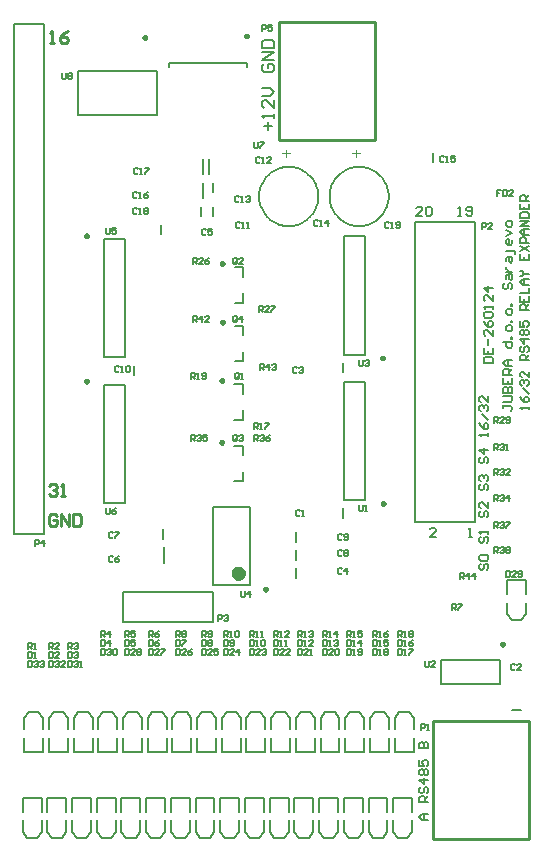
<source format=gto>
%FSDAX24Y24*%
%MOIN*%
%SFA1B1*%

%IPPOS*%
%ADD26C,0.010000*%
%ADD34C,0.007900*%
%ADD35C,0.009800*%
%ADD36C,0.023600*%
%ADD37C,0.005000*%
%ADD38C,0.003900*%
%ADD39C,0.008000*%
%LNde-260124-1*%
%LPD*%
G54D26*
X031225Y013532D02*
Y017469D01*
X028025D02*
X031225D01*
X028025Y013532D02*
X031225D01*
X028025D02*
Y017469D01*
X026075Y036832D02*
Y040768D01*
X022875D02*
X026075D01*
X022875Y036832D02*
X026075D01*
X022875D02*
Y040768D01*
X015467Y024283D02*
X015400Y024350D01*
X015267*
X015200Y024283*
Y024017*
X015267Y023950*
X015400*
X015467Y024017*
Y024150*
X015333*
X015600Y023950D02*
Y024350D01*
X015866Y023950*
Y024350*
X016000D02*
Y023950D01*
X016200*
X016266Y024017*
Y024283*
X016200Y024350*
X016000*
X015200Y025283D02*
X015267Y025350D01*
X015400*
X015467Y025283*
Y025217*
X015400Y025150*
X015333*
X015400*
X015467Y025083*
Y025017*
X015400Y024950*
X015267*
X015200Y025017*
X015600Y024950D02*
X015733D01*
X015667*
Y025350*
X015600Y025283*
X015250Y040050D02*
X015383D01*
X015317*
Y040450*
X015250Y040383*
X015850Y040450D02*
X015717Y040383D01*
X015583Y040250*
Y040117*
X015650Y040050*
X015783*
X015850Y040117*
Y040183*
X015783Y040250*
X015583*
G54D34*
X024184Y034950D02*
D01*
X024181Y035018*
X024174Y035086*
X024162Y035154*
X024145Y035221*
X024124Y035286*
X024098Y035350*
X024068Y035411*
X024034Y035471*
X023996Y035528*
X023953Y035582*
X023907Y035633*
X023858Y035681*
X023805Y035725*
X023750Y035765*
X023692Y035802*
X023631Y035834*
X023568Y035862*
X023504Y035885*
X023438Y035904*
X023370Y035919*
X023302Y035928*
X023234Y035933*
X023165*
X023097Y035928*
X023029Y035919*
X022961Y035904*
X022895Y035885*
X022831Y035862*
X022768Y035834*
X022708Y035802*
X022649Y035765*
X022594Y035725*
X022541Y035681*
X022492Y035633*
X022446Y035582*
X022403Y035528*
X022365Y035471*
X022331Y035411*
X022301Y035350*
X022275Y035286*
X022254Y035221*
X022237Y035154*
X022225Y035086*
X022218Y035018*
X022216Y034950*
X022218Y034881*
X022225Y034813*
X022237Y034745*
X022254Y034678*
X022275Y034613*
X022301Y034549*
X022331Y034488*
X022365Y034428*
X022403Y034371*
X022446Y034317*
X022492Y034266*
X022541Y034218*
X022594Y034174*
X022649Y034134*
X022708Y034097*
X022768Y034065*
X022831Y034037*
X022895Y034014*
X022961Y033995*
X023029Y033980*
X023097Y033971*
X023165Y033966*
X023234*
X023302Y033971*
X023370Y033980*
X023438Y033995*
X023504Y034014*
X023568Y034037*
X023631Y034065*
X023692Y034097*
X023750Y034134*
X023805Y034174*
X023858Y034218*
X023907Y034266*
X023953Y034317*
X023996Y034371*
X024034Y034428*
X024068Y034488*
X024098Y034549*
X024124Y034613*
X024145Y034678*
X024162Y034745*
X024174Y034813*
X024181Y034881*
X024184Y034950*
X026534D02*
D01*
X026531Y035018*
X026524Y035086*
X026512Y035154*
X026495Y035221*
X026474Y035286*
X026448Y035350*
X026418Y035411*
X026384Y035471*
X026346Y035528*
X026303Y035582*
X026257Y035633*
X026208Y035681*
X026155Y035725*
X026100Y035765*
X026042Y035802*
X025981Y035834*
X025918Y035862*
X025854Y035885*
X025788Y035904*
X025720Y035919*
X025652Y035928*
X025584Y035933*
X025515*
X025447Y035928*
X025379Y035919*
X025311Y035904*
X025245Y035885*
X025181Y035862*
X025118Y035834*
X025058Y035802*
X024999Y035765*
X024944Y035725*
X024891Y035681*
X024842Y035633*
X024796Y035582*
X024753Y035528*
X024715Y035471*
X024681Y035411*
X024651Y035350*
X024625Y035286*
X024604Y035221*
X024587Y035154*
X024575Y035086*
X024568Y035018*
X024566Y034950*
X024568Y034881*
X024575Y034813*
X024587Y034745*
X024604Y034678*
X024625Y034613*
X024651Y034549*
X024681Y034488*
X024715Y034428*
X024753Y034371*
X024796Y034317*
X024842Y034266*
X024891Y034218*
X024944Y034174*
X024999Y034134*
X025058Y034097*
X025118Y034065*
X025181Y034037*
X025245Y034014*
X025311Y033995*
X025379Y033980*
X025447Y033971*
X025515Y033966*
X025584*
X025652Y033971*
X025720Y033980*
X025788Y033995*
X025854Y034014*
X025918Y034037*
X025981Y034065*
X026042Y034097*
X026100Y034134*
X026155Y034174*
X026208Y034218*
X026257Y034266*
X026303Y034317*
X026346Y034371*
X026384Y034428*
X026418Y034488*
X026448Y034549*
X026474Y034613*
X026495Y034678*
X026512Y034745*
X026524Y034813*
X026531Y034881*
X026534Y034950*
X025019Y024243D02*
Y024557D01*
X030643Y017831D02*
X030957D01*
X025019Y029093D02*
Y029407D01*
X023431Y022243D02*
Y022557D01*
X018931Y033693D02*
Y034007D01*
X019048Y022744D02*
Y023256D01*
X019019Y023543D02*
Y023857D01*
X023431Y022843D02*
Y023157D01*
Y023443D02*
Y023757D01*
X018031Y028993D02*
Y029307D01*
X020681Y034293D02*
Y034607D01*
X020552Y035694D02*
Y036206D01*
X020681Y035093D02*
Y035407D01*
X028019Y036093D02*
Y036407D01*
X020348Y034894D02*
Y035406D01*
Y035694D02*
Y036206D01*
X020269Y034293D02*
Y034607D01*
X015015Y016440D02*
Y016912D01*
X014385Y016440D02*
Y016912D01*
Y016440D02*
X015015D01*
X014543Y017778D02*
X014857D01*
X015015Y017188D02*
Y017581D01*
X014385D02*
X014543Y017778D01*
X014857D02*
X015015Y017581D01*
X014385Y017188D02*
Y017581D01*
X015838Y016440D02*
Y016912D01*
X015208Y016440D02*
Y016912D01*
Y016440D02*
X015838D01*
X015366Y017778D02*
X015681D01*
X015838Y017188D02*
Y017581D01*
X015208D02*
X015366Y017778D01*
X015681D02*
X015838Y017581D01*
X015208Y017188D02*
Y017581D01*
X016662Y016440D02*
Y016912D01*
X016032Y016440D02*
Y016912D01*
Y016440D02*
X016662D01*
X016189Y017778D02*
X016504D01*
X016662Y017188D02*
Y017581D01*
X016032D02*
X016189Y017778D01*
X016504D02*
X016662Y017581D01*
X016032Y017188D02*
Y017581D01*
X017485Y016440D02*
Y016912D01*
X016855Y016440D02*
Y016912D01*
Y016440D02*
X017485D01*
X017013Y017778D02*
X017327D01*
X017485Y017188D02*
Y017581D01*
X016855D02*
X017013Y017778D01*
X017327D02*
X017485Y017581D01*
X016855Y017188D02*
Y017581D01*
X018308Y016440D02*
Y016912D01*
X017678Y016440D02*
Y016912D01*
Y016440D02*
X018308D01*
X017836Y017778D02*
X018151D01*
X018308Y017188D02*
Y017581D01*
X017678D02*
X017836Y017778D01*
X018151D02*
X018308Y017581D01*
X017678Y017188D02*
Y017581D01*
X019132Y016440D02*
Y016912D01*
X018502Y016440D02*
Y016912D01*
Y016440D02*
X019132D01*
X018659Y017778D02*
X018974D01*
X019132Y017188D02*
Y017581D01*
X018502D02*
X018659Y017778D01*
X018974D02*
X019132Y017581D01*
X018502Y017188D02*
Y017581D01*
X019955Y016440D02*
Y016912D01*
X019325Y016440D02*
Y016912D01*
Y016440D02*
X019955D01*
X019483Y017778D02*
X019797D01*
X019955Y017188D02*
Y017581D01*
X019325D02*
X019483Y017778D01*
X019797D02*
X019955Y017581D01*
X019325Y017188D02*
Y017581D01*
X020778Y016440D02*
Y016912D01*
X020148Y016440D02*
Y016912D01*
Y016440D02*
X020778D01*
X020306Y017778D02*
X020621D01*
X020778Y017188D02*
Y017581D01*
X020148D02*
X020306Y017778D01*
X020621D02*
X020778Y017581D01*
X020148Y017188D02*
Y017581D01*
X021602Y016440D02*
Y016912D01*
X020972Y016440D02*
Y016912D01*
Y016440D02*
X021602D01*
X021129Y017778D02*
X021444D01*
X021602Y017188D02*
Y017581D01*
X020972D02*
X021129Y017778D01*
X021444D02*
X021602Y017581D01*
X020972Y017188D02*
Y017581D01*
X022415Y016440D02*
Y016912D01*
X021785Y016440D02*
Y016912D01*
Y016440D02*
X022415D01*
X021943Y017778D02*
X022257D01*
X022415Y017188D02*
Y017581D01*
X021785D02*
X021943Y017778D01*
X022257D02*
X022415Y017581D01*
X021785Y017188D02*
Y017581D01*
X023248Y016440D02*
Y016912D01*
X022618Y016440D02*
Y016912D01*
Y016440D02*
X023248D01*
X022776Y017778D02*
X023091D01*
X023248Y017188D02*
Y017581D01*
X022618D02*
X022776Y017778D01*
X023091D02*
X023248Y017581D01*
X022618Y017188D02*
Y017581D01*
X024072Y016440D02*
Y016912D01*
X023442Y016440D02*
Y016912D01*
Y016440D02*
X024072D01*
X023599Y017778D02*
X023914D01*
X024072Y017188D02*
Y017581D01*
X023442D02*
X023599Y017778D01*
X023914D02*
X024072Y017581D01*
X023442Y017188D02*
Y017581D01*
X024895Y016440D02*
Y016912D01*
X024265Y016440D02*
Y016912D01*
Y016440D02*
X024895D01*
X024423Y017778D02*
X024737D01*
X024895Y017188D02*
Y017581D01*
X024265D02*
X024423Y017778D01*
X024737D02*
X024895Y017581D01*
X024265Y017188D02*
Y017581D01*
X025718Y016440D02*
Y016912D01*
X025088Y016440D02*
Y016912D01*
Y016440D02*
X025718D01*
X025246Y017778D02*
X025561D01*
X025718Y017188D02*
Y017581D01*
X025088D02*
X025246Y017778D01*
X025561D02*
X025718Y017581D01*
X025088Y017188D02*
Y017581D01*
X026542Y016440D02*
Y016912D01*
X025912Y016440D02*
Y016912D01*
Y016440D02*
X026542D01*
X026069Y017778D02*
X026384D01*
X026542Y017188D02*
Y017581D01*
X025912D02*
X026069Y017778D01*
X026384D02*
X026542Y017581D01*
X025912Y017188D02*
Y017581D01*
X027365Y016440D02*
Y016912D01*
X026735Y016440D02*
Y016912D01*
Y016440D02*
X027365D01*
X026893Y017778D02*
X027207D01*
X027365Y017188D02*
Y017581D01*
X026735D02*
X026893Y017778D01*
X027207D02*
X027365Y017581D01*
X026735Y017188D02*
Y017581D01*
X026685Y014438D02*
Y014910D01*
X027315Y014438D02*
Y014910D01*
X026685D02*
X027315D01*
X026843Y013572D02*
X027157D01*
X026685Y013769D02*
Y014162D01*
X027157Y013572D02*
X027315Y013769D01*
X026685D02*
X026843Y013572D01*
X027315Y013769D02*
Y014162D01*
X025862Y014438D02*
Y014910D01*
X026492Y014438D02*
Y014910D01*
X025862D02*
X026492D01*
X026019Y013572D02*
X026334D01*
X025862Y013769D02*
Y014162D01*
X026334Y013572D02*
X026492Y013769D01*
X025862D02*
X026019Y013572D01*
X026492Y013769D02*
Y014162D01*
X025038Y014438D02*
Y014910D01*
X025668Y014438D02*
Y014910D01*
X025038D02*
X025668D01*
X025196Y013572D02*
X025511D01*
X025038Y013769D02*
Y014162D01*
X025511Y013572D02*
X025668Y013769D01*
X025038D02*
X025196Y013572D01*
X025668Y013769D02*
Y014162D01*
X024215Y014438D02*
Y014910D01*
X024845Y014438D02*
Y014910D01*
X024215D02*
X024845D01*
X024373Y013572D02*
X024687D01*
X024215Y013769D02*
Y014162D01*
X024687Y013572D02*
X024845Y013769D01*
X024215D02*
X024373Y013572D01*
X024845Y013769D02*
Y014162D01*
X023392Y014438D02*
Y014910D01*
X024022Y014438D02*
Y014910D01*
X023392D02*
X024022D01*
X023549Y013572D02*
X023864D01*
X023392Y013769D02*
Y014162D01*
X023864Y013572D02*
X024022Y013769D01*
X023392D02*
X023549Y013572D01*
X024022Y013769D02*
Y014162D01*
X022568Y014438D02*
Y014910D01*
X023198Y014438D02*
Y014910D01*
X022568D02*
X023198D01*
X022726Y013572D02*
X023041D01*
X022568Y013769D02*
Y014162D01*
X023041Y013572D02*
X023198Y013769D01*
X022568D02*
X022726Y013572D01*
X023198Y013769D02*
Y014162D01*
X021745Y014438D02*
Y014910D01*
X022375Y014438D02*
Y014910D01*
X021745D02*
X022375D01*
X021903Y013572D02*
X022217D01*
X021745Y013769D02*
Y014162D01*
X022217Y013572D02*
X022375Y013769D01*
X021745D02*
X021903Y013572D01*
X022375Y013769D02*
Y014162D01*
X020922Y014438D02*
Y014910D01*
X021552Y014438D02*
Y014910D01*
X020922D02*
X021552D01*
X021079Y013572D02*
X021394D01*
X020922Y013769D02*
Y014162D01*
X021394Y013572D02*
X021552Y013769D01*
X020922D02*
X021079Y013572D01*
X021552Y013769D02*
Y014162D01*
X020098Y014438D02*
Y014910D01*
X020728Y014438D02*
Y014910D01*
X020098D02*
X020728D01*
X020256Y013572D02*
X020571D01*
X020098Y013769D02*
Y014162D01*
X020571Y013572D02*
X020728Y013769D01*
X020098D02*
X020256Y013572D01*
X020728Y013769D02*
Y014162D01*
X019275Y014438D02*
Y014910D01*
X019905Y014438D02*
Y014910D01*
X019275D02*
X019905D01*
X019433Y013572D02*
X019747D01*
X019275Y013769D02*
Y014162D01*
X019747Y013572D02*
X019905Y013769D01*
X019275D02*
X019433Y013572D01*
X019905Y013769D02*
Y014162D01*
X018452Y014438D02*
Y014910D01*
X019082Y014438D02*
Y014910D01*
X018452D02*
X019082D01*
X018609Y013572D02*
X018924D01*
X018452Y013769D02*
Y014162D01*
X018924Y013572D02*
X019082Y013769D01*
X018452D02*
X018609Y013572D01*
X019082Y013769D02*
Y014162D01*
X017628Y014438D02*
Y014910D01*
X018258Y014438D02*
Y014910D01*
X017628D02*
X018258D01*
X017786Y013572D02*
X018101D01*
X017628Y013769D02*
Y014162D01*
X018101Y013572D02*
X018258Y013769D01*
X017628D02*
X017786Y013572D01*
X018258Y013769D02*
Y014162D01*
X030485Y021688D02*
Y022160D01*
X031115Y021688D02*
Y022160D01*
X030485D02*
X031115D01*
X030643Y020822D02*
X030957D01*
X030485Y021019D02*
Y021412D01*
X030957Y020822D02*
X031115Y021019D01*
X030485D02*
X030643Y020822D01*
X031115Y021019D02*
Y021412D01*
X016805Y014438D02*
Y014910D01*
X017435Y014438D02*
Y014910D01*
X016805D02*
X017435D01*
X016963Y013572D02*
X017277D01*
X016805Y013769D02*
Y014162D01*
X017277Y013572D02*
X017435Y013769D01*
X016805D02*
X016963Y013572D01*
X017435Y013769D02*
Y014162D01*
X015982Y014438D02*
Y014910D01*
X016612Y014438D02*
Y014910D01*
X015982D02*
X016612D01*
X016139Y013572D02*
X016454D01*
X015982Y013769D02*
Y014162D01*
X016454Y013572D02*
X016612Y013769D01*
X015982D02*
X016139Y013572D01*
X016612Y013769D02*
Y014162D01*
X015158Y014438D02*
Y014910D01*
X015788Y014438D02*
Y014910D01*
X015158D02*
X015788D01*
X015316Y013572D02*
X015631D01*
X015158Y013769D02*
Y014162D01*
X015631Y013572D02*
X015788Y013769D01*
X015158D02*
X015316Y013572D01*
X015788Y013769D02*
Y014162D01*
X014335Y014443D02*
Y014915D01*
X014965Y014443D02*
Y014915D01*
X014335D02*
X014965D01*
X014493Y013576D02*
X014807D01*
X014335Y013773D02*
Y014167D01*
X014807Y013576D02*
X014965Y013773D01*
X014335D02*
X014493Y013576D01*
X014965Y013773D02*
Y014167D01*
X029400Y024850D02*
Y034100D01*
X027400Y024850D02*
Y034100D01*
Y024100D02*
Y024850D01*
Y024100D02*
X029400D01*
Y024850*
X027400Y034100D02*
X029400D01*
X020678Y020750D02*
Y021750D01*
X017678Y020750D02*
X020678D01*
X017678D02*
Y021750D01*
X020678*
X014050Y023700D02*
X015050D01*
X014050D02*
Y040700D01*
X015050*
Y039950D02*
Y040700D01*
Y023700D02*
Y039950D01*
X021400Y032591D02*
X021676D01*
Y032276D02*
Y032591D01*
X021400Y031409D02*
X021676D01*
Y031724*
X021387Y026641D02*
X021662D01*
Y026326D02*
Y026641D01*
X021387Y025459D02*
X021662D01*
Y025774*
X021400Y030641D02*
X021676D01*
Y030326D02*
Y030641D01*
X021400Y029459D02*
X021676D01*
Y029774*
X025051Y028768D02*
X025759D01*
X025051Y024832D02*
X025759D01*
X025051D02*
Y028768D01*
X025759Y024832D02*
Y028768D01*
X028266Y018706D02*
Y019494D01*
X030234Y018706D02*
Y019494D01*
X028266Y018706D02*
X030234D01*
X028266Y019494D02*
X030234D01*
X025041Y033619D02*
X025749D01*
X025041Y029681D02*
X025749D01*
X025041D02*
Y033619D01*
X025749Y029681D02*
Y033619D01*
X021910Y022001D02*
Y024599D01*
X020690Y022001D02*
Y024599D01*
Y022001D02*
X021910D01*
X020690Y024599D02*
X021910D01*
X017046Y029585D02*
X017754D01*
X017046Y033522D02*
X017754D01*
Y029585D02*
Y033522D01*
X017046Y029585D02*
Y033522D01*
X017051Y024735D02*
X017759D01*
X017051Y028672D02*
X017759D01*
Y024735D02*
Y028672D01*
X017051Y024735D02*
Y028672D01*
X021802Y039257D02*
Y039414D01*
X019203Y039257D02*
Y039414D01*
X021802*
X016181Y037672D02*
X018819D01*
X016181D02*
Y039128D01*
X018819*
Y037672D02*
Y039128D01*
X021387Y028691D02*
X021662D01*
Y028376D02*
Y028691D01*
X021387Y027509D02*
X021662D01*
Y027824*
G54D35*
X021036Y032709D02*
D01*
X021035Y032712*
X021035Y032715*
X021034Y032719*
X021034Y032722*
X021033Y032725*
X021031Y032728*
X021030Y032732*
X021028Y032734*
X021026Y032737*
X021024Y032740*
X021022Y032743*
X021019Y032745*
X021017Y032747*
X021014Y032749*
X021011Y032751*
X021008Y032753*
X021005Y032754*
X021002Y032755*
X020998Y032756*
X020995Y032757*
X020992Y032757*
X020988Y032757*
X020985*
X020981Y032757*
X020978Y032757*
X020975Y032756*
X020971Y032755*
X020968Y032754*
X020965Y032753*
X020962Y032751*
X020959Y032749*
X020956Y032747*
X020954Y032745*
X020951Y032743*
X020949Y032740*
X020947Y032737*
X020945Y032734*
X020943Y032732*
X020942Y032728*
X020940Y032725*
X020939Y032722*
X020939Y032719*
X020938Y032715*
X020938Y032712*
X020938Y032709*
X020938Y032705*
X020938Y032702*
X020939Y032698*
X020939Y032695*
X020940Y032692*
X020942Y032689*
X020943Y032685*
X020945Y032683*
X020947Y032680*
X020949Y032677*
X020951Y032674*
X020954Y032672*
X020956Y032670*
X020959Y032668*
X020962Y032666*
X020965Y032664*
X020968Y032663*
X020971Y032662*
X020975Y032661*
X020978Y032660*
X020981Y032660*
X020985Y032660*
X020988*
X020992Y032660*
X020995Y032660*
X020998Y032661*
X021002Y032662*
X021005Y032663*
X021008Y032664*
X021011Y032666*
X021014Y032668*
X021017Y032670*
X021019Y032672*
X021022Y032674*
X021024Y032677*
X021026Y032680*
X021028Y032683*
X021030Y032685*
X021031Y032689*
X021033Y032692*
X021034Y032695*
X021034Y032698*
X021035Y032702*
X021035Y032705*
X021036Y032709*
X021022Y026759D02*
D01*
X021021Y026762*
X021021Y026765*
X021020Y026769*
X021020Y026772*
X021019Y026775*
X021017Y026778*
X021016Y026782*
X021014Y026784*
X021012Y026787*
X021010Y026790*
X021008Y026793*
X021005Y026795*
X021003Y026797*
X021000Y026799*
X020997Y026801*
X020994Y026803*
X020991Y026804*
X020988Y026805*
X020984Y026806*
X020981Y026807*
X020978Y026807*
X020974Y026807*
X020971*
X020967Y026807*
X020964Y026807*
X020961Y026806*
X020957Y026805*
X020954Y026804*
X020951Y026803*
X020948Y026801*
X020945Y026799*
X020942Y026797*
X020940Y026795*
X020937Y026793*
X020935Y026790*
X020933Y026787*
X020931Y026784*
X020929Y026782*
X020928Y026778*
X020926Y026775*
X020925Y026772*
X020925Y026769*
X020924Y026765*
X020924Y026762*
X020924Y026759*
X020924Y026755*
X020924Y026752*
X020925Y026748*
X020925Y026745*
X020926Y026742*
X020928Y026739*
X020929Y026735*
X020931Y026733*
X020933Y026730*
X020935Y026727*
X020937Y026724*
X020940Y026722*
X020942Y026720*
X020945Y026718*
X020948Y026716*
X020951Y026714*
X020954Y026713*
X020957Y026712*
X020961Y026711*
X020964Y026710*
X020967Y026710*
X020971Y026710*
X020974*
X020978Y026710*
X020981Y026710*
X020984Y026711*
X020988Y026712*
X020991Y026713*
X020994Y026714*
X020997Y026716*
X021000Y026718*
X021003Y026720*
X021005Y026722*
X021008Y026724*
X021010Y026727*
X021012Y026730*
X021014Y026733*
X021016Y026735*
X021017Y026739*
X021019Y026742*
X021020Y026745*
X021020Y026748*
X021021Y026752*
X021021Y026755*
X021022Y026759*
X021036Y030759D02*
D01*
X021035Y030762*
X021035Y030765*
X021034Y030769*
X021034Y030772*
X021033Y030775*
X021031Y030778*
X021030Y030782*
X021028Y030784*
X021026Y030787*
X021024Y030790*
X021022Y030793*
X021019Y030795*
X021017Y030797*
X021014Y030799*
X021011Y030801*
X021008Y030803*
X021005Y030804*
X021002Y030805*
X020998Y030806*
X020995Y030807*
X020992Y030807*
X020988Y030807*
X020985*
X020981Y030807*
X020978Y030807*
X020975Y030806*
X020971Y030805*
X020968Y030804*
X020965Y030803*
X020962Y030801*
X020959Y030799*
X020956Y030797*
X020954Y030795*
X020951Y030793*
X020949Y030790*
X020947Y030787*
X020945Y030784*
X020943Y030782*
X020942Y030778*
X020940Y030775*
X020939Y030772*
X020939Y030769*
X020938Y030765*
X020938Y030762*
X020938Y030759*
X020938Y030755*
X020938Y030752*
X020939Y030748*
X020939Y030745*
X020940Y030742*
X020942Y030739*
X020943Y030735*
X020945Y030733*
X020947Y030730*
X020949Y030727*
X020951Y030724*
X020954Y030722*
X020956Y030720*
X020959Y030718*
X020962Y030716*
X020965Y030714*
X020968Y030713*
X020971Y030712*
X020975Y030711*
X020978Y030710*
X020981Y030710*
X020985Y030710*
X020988*
X020992Y030710*
X020995Y030710*
X020998Y030711*
X021002Y030712*
X021005Y030713*
X021008Y030714*
X021011Y030716*
X021014Y030718*
X021017Y030720*
X021019Y030722*
X021022Y030724*
X021024Y030727*
X021026Y030730*
X021028Y030733*
X021030Y030735*
X021031Y030739*
X021033Y030742*
X021034Y030745*
X021034Y030748*
X021035Y030752*
X021035Y030755*
X021036Y030759*
X026399Y024715D02*
D01*
X026398Y024718*
X026398Y024721*
X026397Y024725*
X026397Y024728*
X026396Y024731*
X026394Y024734*
X026393Y024738*
X026391Y024740*
X026389Y024743*
X026387Y024746*
X026385Y024749*
X026382Y024751*
X026380Y024753*
X026377Y024755*
X026374Y024757*
X026371Y024759*
X026368Y024760*
X026365Y024761*
X026361Y024762*
X026358Y024763*
X026355Y024763*
X026351Y024763*
X026348*
X026344Y024763*
X026341Y024763*
X026338Y024762*
X026334Y024761*
X026331Y024760*
X026328Y024759*
X026325Y024757*
X026322Y024755*
X026319Y024753*
X026317Y024751*
X026314Y024749*
X026312Y024746*
X026310Y024743*
X026308Y024740*
X026306Y024738*
X026305Y024734*
X026303Y024731*
X026302Y024728*
X026302Y024725*
X026301Y024721*
X026301Y024718*
X026301Y024715*
X026301Y024711*
X026301Y024708*
X026302Y024704*
X026302Y024701*
X026303Y024698*
X026305Y024695*
X026306Y024691*
X026308Y024689*
X026310Y024686*
X026312Y024683*
X026314Y024680*
X026317Y024678*
X026319Y024676*
X026322Y024674*
X026325Y024672*
X026328Y024670*
X026331Y024669*
X026334Y024668*
X026338Y024667*
X026341Y024666*
X026344Y024666*
X026348Y024666*
X026351*
X026355Y024666*
X026358Y024666*
X026361Y024667*
X026365Y024668*
X026368Y024669*
X026371Y024670*
X026374Y024672*
X026377Y024674*
X026380Y024676*
X026382Y024678*
X026385Y024680*
X026387Y024683*
X026389Y024686*
X026391Y024689*
X026393Y024691*
X026394Y024695*
X026396Y024698*
X026397Y024701*
X026397Y024704*
X026398Y024708*
X026398Y024711*
X026399Y024715*
X030384Y020025D02*
D01*
X030383Y020028*
X030383Y020031*
X030382Y020035*
X030382Y020038*
X030381Y020041*
X030379Y020044*
X030378Y020048*
X030376Y020050*
X030374Y020053*
X030372Y020056*
X030370Y020059*
X030367Y020061*
X030365Y020063*
X030362Y020065*
X030359Y020067*
X030356Y020069*
X030353Y020070*
X030350Y020071*
X030346Y020072*
X030343Y020073*
X030340Y020073*
X030336Y020073*
X030333*
X030329Y020073*
X030326Y020073*
X030323Y020072*
X030319Y020071*
X030316Y020070*
X030313Y020069*
X030310Y020067*
X030307Y020065*
X030304Y020063*
X030302Y020061*
X030299Y020059*
X030297Y020056*
X030295Y020053*
X030293Y020050*
X030291Y020048*
X030290Y020044*
X030288Y020041*
X030287Y020038*
X030287Y020035*
X030286Y020031*
X030286Y020028*
X030286Y020025*
X030286Y020021*
X030286Y020018*
X030287Y020014*
X030287Y020011*
X030288Y020008*
X030290Y020005*
X030291Y020001*
X030293Y019999*
X030295Y019996*
X030297Y019993*
X030299Y019990*
X030302Y019988*
X030304Y019986*
X030307Y019984*
X030310Y019982*
X030313Y019980*
X030316Y019979*
X030319Y019978*
X030323Y019977*
X030326Y019976*
X030329Y019976*
X030333Y019976*
X030336*
X030340Y019976*
X030343Y019976*
X030346Y019977*
X030350Y019978*
X030353Y019979*
X030356Y019980*
X030359Y019982*
X030362Y019984*
X030365Y019986*
X030367Y019988*
X030370Y019990*
X030372Y019993*
X030374Y019996*
X030376Y019999*
X030378Y020001*
X030379Y020005*
X030381Y020008*
X030382Y020011*
X030382Y020014*
X030383Y020018*
X030383Y020021*
X030384Y020025*
X026389Y029565D02*
D01*
X026388Y029568*
X026388Y029571*
X026387Y029575*
X026387Y029578*
X026386Y029581*
X026384Y029584*
X026383Y029588*
X026381Y029590*
X026379Y029593*
X026377Y029596*
X026375Y029599*
X026372Y029601*
X026370Y029603*
X026367Y029605*
X026364Y029607*
X026361Y029609*
X026358Y029610*
X026355Y029611*
X026351Y029612*
X026348Y029613*
X026345Y029613*
X026341Y029613*
X026338*
X026334Y029613*
X026331Y029613*
X026328Y029612*
X026324Y029611*
X026321Y029610*
X026318Y029609*
X026315Y029607*
X026312Y029605*
X026309Y029603*
X026307Y029601*
X026304Y029599*
X026302Y029596*
X026300Y029593*
X026298Y029590*
X026296Y029588*
X026295Y029584*
X026293Y029581*
X026292Y029578*
X026292Y029575*
X026291Y029571*
X026291Y029568*
X026291Y029565*
X026291Y029561*
X026291Y029558*
X026292Y029554*
X026292Y029551*
X026293Y029548*
X026295Y029545*
X026296Y029541*
X026298Y029539*
X026300Y029536*
X026302Y029533*
X026304Y029530*
X026307Y029528*
X026309Y029526*
X026312Y029524*
X026315Y029522*
X026318Y029520*
X026321Y029519*
X026324Y029518*
X026328Y029517*
X026331Y029516*
X026334Y029516*
X026338Y029516*
X026341*
X026345Y029516*
X026348Y029516*
X026351Y029517*
X026355Y029518*
X026358Y029519*
X026361Y029520*
X026364Y029522*
X026367Y029524*
X026370Y029526*
X026372Y029528*
X026375Y029530*
X026377Y029533*
X026379Y029536*
X026381Y029539*
X026383Y029541*
X026384Y029545*
X026386Y029548*
X026387Y029551*
X026387Y029554*
X026388Y029558*
X026388Y029561*
X026389Y029565*
X022471Y021863D02*
D01*
X022470Y021866*
X022470Y021869*
X022469Y021873*
X022469Y021876*
X022468Y021879*
X022466Y021882*
X022465Y021886*
X022463Y021888*
X022461Y021891*
X022459Y021894*
X022457Y021897*
X022454Y021899*
X022452Y021901*
X022449Y021903*
X022446Y021905*
X022443Y021907*
X022440Y021908*
X022437Y021909*
X022433Y021910*
X022430Y021911*
X022427Y021911*
X022423Y021911*
X022420*
X022416Y021911*
X022413Y021911*
X022410Y021910*
X022406Y021909*
X022403Y021908*
X022400Y021907*
X022397Y021905*
X022394Y021903*
X022391Y021901*
X022389Y021899*
X022386Y021897*
X022384Y021894*
X022382Y021891*
X022380Y021888*
X022378Y021886*
X022377Y021882*
X022375Y021879*
X022374Y021876*
X022374Y021873*
X022373Y021869*
X022373Y021866*
X022373Y021863*
X022373Y021859*
X022373Y021856*
X022374Y021852*
X022374Y021849*
X022375Y021846*
X022377Y021843*
X022378Y021839*
X022380Y021837*
X022382Y021834*
X022384Y021831*
X022386Y021828*
X022389Y021826*
X022391Y021824*
X022394Y021822*
X022397Y021820*
X022400Y021818*
X022403Y021817*
X022406Y021816*
X022410Y021815*
X022413Y021814*
X022416Y021814*
X022420Y021814*
X022423*
X022427Y021814*
X022430Y021814*
X022433Y021815*
X022437Y021816*
X022440Y021817*
X022443Y021818*
X022446Y021820*
X022449Y021822*
X022452Y021824*
X022454Y021826*
X022457Y021828*
X022459Y021831*
X022461Y021834*
X022463Y021837*
X022465Y021839*
X022466Y021843*
X022468Y021846*
X022469Y021849*
X022469Y021852*
X022470Y021856*
X022470Y021859*
X022471Y021863*
X016504Y033638D02*
D01*
X016503Y033641*
X016503Y033644*
X016502Y033648*
X016502Y033651*
X016501Y033654*
X016499Y033657*
X016498Y033661*
X016496Y033663*
X016494Y033666*
X016492Y033669*
X016490Y033672*
X016487Y033674*
X016485Y033676*
X016482Y033678*
X016479Y033680*
X016476Y033682*
X016473Y033683*
X016470Y033684*
X016466Y033685*
X016463Y033686*
X016460Y033686*
X016456Y033686*
X016453*
X016449Y033686*
X016446Y033686*
X016443Y033685*
X016439Y033684*
X016436Y033683*
X016433Y033682*
X016430Y033680*
X016427Y033678*
X016424Y033676*
X016422Y033674*
X016419Y033672*
X016417Y033669*
X016415Y033666*
X016413Y033663*
X016411Y033661*
X016410Y033657*
X016408Y033654*
X016407Y033651*
X016407Y033648*
X016406Y033644*
X016406Y033641*
X016406Y033638*
X016406Y033634*
X016406Y033631*
X016407Y033627*
X016407Y033624*
X016408Y033621*
X016410Y033618*
X016411Y033614*
X016413Y033612*
X016415Y033609*
X016417Y033606*
X016419Y033603*
X016422Y033601*
X016424Y033599*
X016427Y033597*
X016430Y033595*
X016433Y033593*
X016436Y033592*
X016439Y033591*
X016443Y033590*
X016446Y033589*
X016449Y033589*
X016453Y033589*
X016456*
X016460Y033589*
X016463Y033589*
X016466Y033590*
X016470Y033591*
X016473Y033592*
X016476Y033593*
X016479Y033595*
X016482Y033597*
X016485Y033599*
X016487Y033601*
X016490Y033603*
X016492Y033606*
X016494Y033609*
X016496Y033612*
X016498Y033614*
X016499Y033618*
X016501Y033621*
X016502Y033624*
X016502Y033627*
X016503Y033631*
X016503Y033634*
X016504Y033638*
X016509Y028788D02*
D01*
X016508Y028791*
X016508Y028794*
X016507Y028798*
X016507Y028801*
X016506Y028804*
X016504Y028807*
X016503Y028811*
X016501Y028813*
X016499Y028816*
X016497Y028819*
X016495Y028822*
X016492Y028824*
X016490Y028826*
X016487Y028828*
X016484Y028830*
X016481Y028832*
X016478Y028833*
X016475Y028834*
X016471Y028835*
X016468Y028836*
X016465Y028836*
X016461Y028836*
X016458*
X016454Y028836*
X016451Y028836*
X016448Y028835*
X016444Y028834*
X016441Y028833*
X016438Y028832*
X016435Y028830*
X016432Y028828*
X016429Y028826*
X016427Y028824*
X016424Y028822*
X016422Y028819*
X016420Y028816*
X016418Y028813*
X016416Y028811*
X016415Y028807*
X016413Y028804*
X016412Y028801*
X016412Y028798*
X016411Y028794*
X016411Y028791*
X016411Y028788*
X016411Y028784*
X016411Y028781*
X016412Y028777*
X016412Y028774*
X016413Y028771*
X016415Y028768*
X016416Y028764*
X016418Y028762*
X016420Y028759*
X016422Y028756*
X016424Y028753*
X016427Y028751*
X016429Y028749*
X016432Y028747*
X016435Y028745*
X016438Y028743*
X016441Y028742*
X016444Y028741*
X016448Y028740*
X016451Y028739*
X016454Y028739*
X016458Y028739*
X016461*
X016465Y028739*
X016468Y028739*
X016471Y028740*
X016475Y028741*
X016478Y028742*
X016481Y028743*
X016484Y028745*
X016487Y028747*
X016490Y028749*
X016492Y028751*
X016495Y028753*
X016497Y028756*
X016499Y028759*
X016501Y028762*
X016503Y028764*
X016504Y028768*
X016506Y028771*
X016507Y028774*
X016507Y028777*
X016508Y028781*
X016508Y028784*
X016509Y028788*
X021853Y040300D02*
D01*
X021852Y040303*
X021852Y040306*
X021851Y040310*
X021851Y040313*
X021850Y040316*
X021848Y040319*
X021847Y040323*
X021845Y040325*
X021843Y040328*
X021841Y040331*
X021839Y040334*
X021836Y040336*
X021834Y040338*
X021831Y040340*
X021828Y040342*
X021825Y040344*
X021822Y040345*
X021819Y040346*
X021815Y040347*
X021812Y040348*
X021809Y040348*
X021805Y040348*
X021802*
X021798Y040348*
X021795Y040348*
X021792Y040347*
X021788Y040346*
X021785Y040345*
X021782Y040344*
X021779Y040342*
X021776Y040340*
X021773Y040338*
X021771Y040336*
X021768Y040334*
X021766Y040331*
X021764Y040328*
X021762Y040325*
X021760Y040323*
X021759Y040319*
X021757Y040316*
X021756Y040313*
X021756Y040310*
X021755Y040306*
X021755Y040303*
X021755Y040300*
X021755Y040296*
X021755Y040293*
X021756Y040289*
X021756Y040286*
X021757Y040283*
X021759Y040280*
X021760Y040276*
X021762Y040274*
X021764Y040271*
X021766Y040268*
X021768Y040265*
X021771Y040263*
X021773Y040261*
X021776Y040259*
X021779Y040257*
X021782Y040255*
X021785Y040254*
X021788Y040253*
X021792Y040252*
X021795Y040251*
X021798Y040251*
X021802Y040251*
X021805*
X021809Y040251*
X021812Y040251*
X021815Y040252*
X021819Y040253*
X021822Y040254*
X021825Y040255*
X021828Y040257*
X021831Y040259*
X021834Y040261*
X021836Y040263*
X021839Y040265*
X021841Y040268*
X021843Y040271*
X021845Y040274*
X021847Y040276*
X021848Y040280*
X021850Y040283*
X021851Y040286*
X021851Y040289*
X021852Y040293*
X021852Y040296*
X021853Y040300*
X018455Y040250D02*
D01*
X018454Y040253*
X018454Y040256*
X018453Y040260*
X018453Y040263*
X018452Y040266*
X018450Y040269*
X018449Y040273*
X018447Y040275*
X018445Y040278*
X018443Y040281*
X018441Y040284*
X018438Y040286*
X018436Y040288*
X018433Y040290*
X018430Y040292*
X018427Y040294*
X018424Y040295*
X018421Y040296*
X018417Y040297*
X018414Y040298*
X018411Y040298*
X018407Y040298*
X018404*
X018400Y040298*
X018397Y040298*
X018394Y040297*
X018390Y040296*
X018387Y040295*
X018384Y040294*
X018381Y040292*
X018378Y040290*
X018375Y040288*
X018373Y040286*
X018370Y040284*
X018368Y040281*
X018366Y040278*
X018364Y040275*
X018362Y040273*
X018361Y040269*
X018359Y040266*
X018358Y040263*
X018358Y040260*
X018357Y040256*
X018357Y040253*
X018357Y040250*
X018357Y040246*
X018357Y040243*
X018358Y040239*
X018358Y040236*
X018359Y040233*
X018361Y040230*
X018362Y040226*
X018364Y040224*
X018366Y040221*
X018368Y040218*
X018370Y040215*
X018373Y040213*
X018375Y040211*
X018378Y040209*
X018381Y040207*
X018384Y040205*
X018387Y040204*
X018390Y040203*
X018394Y040202*
X018397Y040201*
X018400Y040201*
X018404Y040201*
X018407*
X018411Y040201*
X018414Y040201*
X018417Y040202*
X018421Y040203*
X018424Y040204*
X018427Y040205*
X018430Y040207*
X018433Y040209*
X018436Y040211*
X018438Y040213*
X018441Y040215*
X018443Y040218*
X018445Y040221*
X018447Y040224*
X018449Y040226*
X018450Y040230*
X018452Y040233*
X018453Y040236*
X018453Y040239*
X018454Y040243*
X018454Y040246*
X018455Y040250*
X021022Y028809D02*
D01*
X021021Y028812*
X021021Y028815*
X021020Y028819*
X021020Y028822*
X021019Y028825*
X021017Y028828*
X021016Y028832*
X021014Y028834*
X021012Y028837*
X021010Y028840*
X021008Y028843*
X021005Y028845*
X021003Y028847*
X021000Y028849*
X020997Y028851*
X020994Y028853*
X020991Y028854*
X020988Y028855*
X020984Y028856*
X020981Y028857*
X020978Y028857*
X020974Y028857*
X020971*
X020967Y028857*
X020964Y028857*
X020961Y028856*
X020957Y028855*
X020954Y028854*
X020951Y028853*
X020948Y028851*
X020945Y028849*
X020942Y028847*
X020940Y028845*
X020937Y028843*
X020935Y028840*
X020933Y028837*
X020931Y028834*
X020929Y028832*
X020928Y028828*
X020926Y028825*
X020925Y028822*
X020925Y028819*
X020924Y028815*
X020924Y028812*
X020924Y028809*
X020924Y028805*
X020924Y028802*
X020925Y028798*
X020925Y028795*
X020926Y028792*
X020928Y028789*
X020929Y028785*
X020931Y028783*
X020933Y028780*
X020935Y028777*
X020937Y028774*
X020940Y028772*
X020942Y028770*
X020945Y028768*
X020948Y028766*
X020951Y028764*
X020954Y028763*
X020957Y028762*
X020961Y028761*
X020964Y028760*
X020967Y028760*
X020971Y028760*
X020974*
X020978Y028760*
X020981Y028760*
X020984Y028761*
X020988Y028762*
X020991Y028763*
X020994Y028764*
X020997Y028766*
X021000Y028768*
X021003Y028770*
X021005Y028772*
X021008Y028774*
X021010Y028777*
X021012Y028780*
X021014Y028783*
X021016Y028785*
X021017Y028789*
X021019Y028792*
X021020Y028795*
X021020Y028798*
X021021Y028802*
X021021Y028805*
X021022Y028809*
G54D36*
X021635Y022394D02*
D01*
X021634Y022402*
X021633Y022410*
X021632Y022418*
X021630Y022426*
X021627Y022434*
X021624Y022441*
X021621Y022449*
X021617Y022456*
X021612Y022463*
X021607Y022469*
X021601Y022475*
X021595Y022481*
X021589Y022486*
X021582Y022491*
X021576Y022496*
X021568Y022500*
X021561Y022503*
X021553Y022506*
X021545Y022508*
X021537Y022510*
X021529Y022511*
X021521Y022511*
X021512*
X021504Y022511*
X021496Y022510*
X021488Y022508*
X021480Y022506*
X021472Y022503*
X021465Y022500*
X021458Y022496*
X021451Y022491*
X021444Y022486*
X021438Y022481*
X021432Y022475*
X021426Y022469*
X021421Y022463*
X021416Y022456*
X021412Y022449*
X021409Y022441*
X021406Y022434*
X021403Y022426*
X021401Y022418*
X021400Y022410*
X021399Y022402*
X021399Y022394*
X021399Y022385*
X021400Y022377*
X021401Y022369*
X021403Y022361*
X021406Y022353*
X021409Y022346*
X021412Y022338*
X021416Y022331*
X021421Y022324*
X021426Y022318*
X021432Y022312*
X021438Y022306*
X021444Y022301*
X021451Y022296*
X021458Y022291*
X021465Y022287*
X021472Y022284*
X021480Y022281*
X021488Y022279*
X021496Y022277*
X021504Y022276*
X021512Y022276*
X021521*
X021529Y022276*
X021537Y022277*
X021545Y022279*
X021553Y022281*
X021561Y022284*
X021568Y022287*
X021576Y022291*
X021582Y022296*
X021589Y022301*
X021595Y022306*
X021601Y022312*
X021607Y022318*
X021612Y022324*
X021617Y022331*
X021621Y022338*
X021624Y022346*
X021627Y022353*
X021630Y022361*
X021632Y022369*
X021633Y022377*
X021634Y022385*
X021635Y022394*
G54D37*
X029700Y029400D02*
X030000D01*
Y029550*
X029950Y029600*
X029750*
X029700Y029550*
Y029400*
Y029900D02*
Y029700D01*
X030000*
Y029900*
X029850Y029700D02*
Y029800D01*
Y030000D02*
Y030200D01*
X030000Y030500D02*
Y030300D01*
X029800Y030500*
X029750*
X029700Y030450*
Y030350*
X029750Y030300*
X029700Y030800D02*
X029750Y030700D01*
X029850Y030600*
X029950*
X030000Y030650*
Y030750*
X029950Y030800*
X029900*
X029850Y030750*
Y030600*
X029750Y030900D02*
X029700Y030949D01*
Y031049*
X029750Y031099*
X029950*
X030000Y031049*
Y030949*
X029950Y030900*
X029750*
X030000Y031199D02*
Y031299D01*
Y031249*
X029700*
X029750Y031199*
X030000Y031649D02*
Y031449D01*
X029800Y031649*
X029750*
X029700Y031599*
Y031499*
X029750Y031449*
X030000Y031899D02*
X029700D01*
X029850Y031749*
Y031949*
X031200Y027850D02*
Y027943D01*
Y027897*
X030920*
X030967Y027850*
X030920Y028270D02*
X030967Y028177D01*
X031060Y028083*
X031153*
X031200Y028130*
Y028223*
X031153Y028270*
X031107*
X031060Y028223*
Y028083*
X031200Y028363D02*
X031013Y028550D01*
X030967Y028643D02*
X030920Y028690D01*
Y028783*
X030967Y028830*
X031013*
X031060Y028783*
Y028736*
Y028783*
X031107Y028830*
X031153*
X031200Y028783*
Y028690*
X031153Y028643*
X031200Y029110D02*
Y028923D01*
X031013Y029110*
X030967*
X030920Y029063*
Y028970*
X030967Y028923*
X031200Y029483D02*
X030920D01*
Y029623*
X030967Y029669*
X031060*
X031107Y029623*
Y029483*
Y029576D02*
X031200Y029669D01*
X030967Y029949D02*
X030920Y029903D01*
Y029809*
X030967Y029763*
X031013*
X031060Y029809*
Y029903*
X031107Y029949*
X031153*
X031200Y029903*
Y029809*
X031153Y029763*
X031200Y030183D02*
X030920D01*
X031060Y030043*
Y030229*
X030967Y030323D02*
X030920Y030369D01*
Y030462*
X030967Y030509*
X031013*
X031060Y030462*
X031107Y030509*
X031153*
X031200Y030462*
Y030369*
X031153Y030323*
X031107*
X031060Y030369*
X031013Y030323*
X030967*
X031060Y030369D02*
Y030462D01*
X030920Y030789D02*
Y030602D01*
X031060*
X031013Y030696*
Y030742*
X031060Y030789*
X031153*
X031200Y030742*
Y030649*
X031153Y030602*
X031200Y031162D02*
X030920D01*
Y031302*
X030967Y031349*
X031060*
X031107Y031302*
Y031162*
Y031256D02*
X031200Y031349D01*
X030920Y031629D02*
Y031442D01*
X031200*
Y031629*
X031060Y031442D02*
Y031535D01*
X030920Y031722D02*
X031200D01*
Y031909*
Y032002D02*
X031013D01*
X030920Y032095*
X031013Y032189*
X031200*
X031060*
Y032002*
X030920Y032282D02*
X030967D01*
X031060Y032375*
X030967Y032469*
X030920*
X031060Y032375D02*
X031200D01*
X030920Y033028D02*
Y032842D01*
X031200*
Y033028*
X031060Y032842D02*
Y032935D01*
X030920Y033122D02*
X031200Y033308D01*
X030920D02*
X031200Y033122D01*
Y033402D02*
X030920D01*
Y033541*
X030967Y033588*
X031060*
X031107Y033541*
Y033402*
X031200Y033681D02*
X031013D01*
X030920Y033775*
X031013Y033868*
X031200*
X031060*
Y033681*
X031200Y033961D02*
X030920D01*
X031200Y034148*
X030920*
Y034241D02*
X031200D01*
Y034381*
X031153Y034428*
X030967*
X030920Y034381*
Y034241*
Y034708D02*
Y034521D01*
X031200*
Y034708*
X031060Y034521D02*
Y034614D01*
X031200Y034801D02*
X030920D01*
Y034941*
X030967Y034988*
X031060*
X031107Y034941*
Y034801*
Y034894D02*
X031200Y034988D01*
X030350Y028000D02*
Y027900D01*
Y027950*
X030600*
X030650Y027900*
Y027850*
X030600Y027800*
X030350Y028100D02*
X030600D01*
X030650Y028150*
Y028250*
X030600Y028300*
X030350*
Y028400D02*
X030650D01*
Y028550*
X030600Y028600*
X030550*
X030500Y028550*
Y028400*
Y028550*
X030450Y028600*
X030400*
X030350Y028550*
Y028400*
Y028900D02*
Y028700D01*
X030650*
Y028900*
X030500Y028700D02*
Y028800D01*
X030650Y029000D02*
X030350D01*
Y029150*
X030400Y029200*
X030500*
X030550Y029150*
Y029000*
Y029100D02*
X030650Y029200D01*
Y029300D02*
X030450D01*
X030350Y029399*
X030450Y029499*
X030650*
X030500*
Y029300*
X030350Y030099D02*
X030650D01*
Y029949*
X030600Y029899*
X030500*
X030450Y029949*
Y030099*
X030650Y030199D02*
X030600D01*
Y030249*
X030650*
Y030199*
Y030499D02*
Y030599D01*
X030600Y030649*
X030500*
X030450Y030599*
Y030499*
X030500Y030449*
X030600*
X030650Y030499*
Y030749D02*
X030600D01*
Y030799*
X030650*
Y030749*
Y031049D02*
Y031149D01*
X030600Y031199*
X030500*
X030450Y031149*
Y031049*
X030500Y030999*
X030600*
X030650Y031049*
Y031299D02*
X030600D01*
Y031349*
X030650*
Y031299*
X030400Y032049D02*
X030350Y031999D01*
Y031899*
X030400Y031849*
X030450*
X030500Y031899*
Y031999*
X030550Y032049*
X030600*
X030650Y031999*
Y031899*
X030600Y031849*
X030450Y032199D02*
Y032299D01*
X030500Y032349*
X030650*
Y032199*
X030600Y032149*
X030550Y032199*
Y032349*
X030450Y032448D02*
X030650D01*
X030550*
X030500Y032498*
X030450Y032548*
Y032598*
Y032798D02*
Y032898D01*
X030500Y032948*
X030650*
Y032798*
X030600Y032748*
X030550Y032798*
Y032948*
X030750Y033048D02*
Y033098D01*
X030700Y033148*
X030450*
X030650Y033498D02*
Y033398D01*
X030600Y033348*
X030500*
X030450Y033398*
Y033498*
X030500Y033548*
X030550*
Y033348*
X030450Y033648D02*
X030650Y033748D01*
X030450Y033848*
X030650Y033998D02*
Y034098D01*
X030600Y034148*
X030500*
X030450Y034098*
Y033998*
X030500Y033948*
X030600*
X030650Y033998*
X022500Y037150D02*
Y037417D01*
X022367Y037283D02*
X022633D01*
X022700Y037550D02*
Y037683D01*
Y037617*
X022300*
X022367Y037550*
X022700Y038150D02*
Y037883D01*
X022433Y038150*
X022367*
X022300Y038083*
Y037950*
X022367Y037883*
X022300Y038283D02*
X022567D01*
X022700Y038416*
X022567Y038550*
X022300*
X022367Y039349D02*
X022300Y039283D01*
Y039149*
X022367Y039083*
X022633*
X022700Y039149*
Y039283*
X022633Y039349*
X022500*
Y039216*
X022700Y039483D02*
X022300D01*
X022700Y039749*
X022300*
Y039882D02*
X022700D01*
Y040082*
X022633Y040149*
X022367*
X022300Y040082*
Y039882*
X029600Y022700D02*
X029550Y022650D01*
Y022550*
X029600Y022500*
X029650*
X029700Y022550*
Y022650*
X029750Y022700*
X029800*
X029850Y022650*
Y022550*
X029800Y022500*
X029600Y022800D02*
X029550Y022850D01*
Y022950*
X029600Y023000*
X029800*
X029850Y022950*
Y022850*
X029800Y022800*
X029600*
Y023600D02*
X029550Y023550D01*
Y023450*
X029600Y023400*
X029650*
X029700Y023450*
Y023550*
X029750Y023600*
X029800*
X029850Y023550*
Y023450*
X029800Y023400*
X029850Y023700D02*
Y023800D01*
Y023750*
X029550*
X029600Y023700*
Y024449D02*
X029550Y024399D01*
Y024299*
X029600Y024249*
X029650*
X029700Y024299*
Y024399*
X029750Y024449*
X029800*
X029850Y024399*
Y024299*
X029800Y024249*
X029850Y024749D02*
Y024549D01*
X029650Y024749*
X029600*
X029550Y024699*
Y024599*
X029600Y024549*
Y025349D02*
X029550Y025299D01*
Y025199*
X029600Y025149*
X029650*
X029700Y025199*
Y025299*
X029750Y025349*
X029800*
X029850Y025299*
Y025199*
X029800Y025149*
X029600Y025449D02*
X029550Y025499D01*
Y025599*
X029600Y025649*
X029650*
X029700Y025599*
Y025549*
Y025599*
X029750Y025649*
X029800*
X029850Y025599*
Y025499*
X029800Y025449*
X029600Y026249D02*
X029550Y026199D01*
Y026099*
X029600Y026049*
X029650*
X029700Y026099*
Y026199*
X029750Y026249*
X029800*
X029850Y026199*
Y026099*
X029800Y026049*
X029850Y026499D02*
X029550D01*
X029700Y026349*
Y026549*
X029850Y026949D02*
Y027049D01*
Y026999*
X029550*
X029600Y026949*
X029550Y027398D02*
X029600Y027298D01*
X029700Y027198*
X029800*
X029850Y027248*
Y027348*
X029800Y027398*
X029750*
X029700Y027348*
Y027198*
X029850Y027498D02*
X029650Y027698D01*
X029600Y027798D02*
X029550Y027848D01*
Y027948*
X029600Y027998*
X029650*
X029700Y027948*
Y027898*
Y027948*
X029750Y027998*
X029800*
X029850Y027948*
Y027848*
X029800Y027798*
X029850Y028298D02*
Y028098D01*
X029650Y028298*
X029600*
X029550Y028248*
Y028148*
X029600Y028098*
X027850Y014150D02*
X027650D01*
X027550Y014250*
X027650Y014350*
X027850*
X027700*
Y014150*
X027850Y014750D02*
X027550D01*
Y014900*
X027600Y014950*
X027700*
X027750Y014900*
Y014750*
Y014850D02*
X027850Y014950D01*
X027600Y015250D02*
X027550Y015200D01*
Y015100*
X027600Y015050*
X027650*
X027700Y015100*
Y015200*
X027750Y015250*
X027800*
X027850Y015200*
Y015100*
X027800Y015050*
X027850Y015500D02*
X027550D01*
X027700Y015350*
Y015550*
X027600Y015650D02*
X027550Y015699D01*
Y015799*
X027600Y015849*
X027650*
X027700Y015799*
X027750Y015849*
X027800*
X027850Y015799*
Y015699*
X027800Y015650*
X027750*
X027700Y015699*
X027650Y015650*
X027600*
X027700Y015699D02*
Y015799D01*
X027550Y016149D02*
Y015949D01*
X027700*
X027650Y016049*
Y016099*
X027700Y016149*
X027800*
X027850Y016099*
Y015999*
X027800Y015949*
X027550Y016549D02*
X027850D01*
Y016699*
X027800Y016749*
X027750*
X027700Y016699*
Y016549*
Y016699*
X027650Y016749*
X027600*
X027550Y016699*
Y016549*
X023583Y024467D02*
X023550Y024500D01*
X023483*
X023450Y024467*
Y024333*
X023483Y024300*
X023550*
X023583Y024333*
X023650Y024300D02*
X023717D01*
X023683*
Y024500*
X023650Y024467*
X030733Y019317D02*
X030700Y019350D01*
X030633*
X030600Y019317*
Y019183*
X030633Y019150*
X030700*
X030733Y019183*
X030933Y019150D02*
X030800D01*
X030933Y019283*
Y019317*
X030900Y019350*
X030833*
X030800Y019317*
X023483Y029217D02*
X023450Y029250D01*
X023383*
X023350Y029217*
Y029083*
X023383Y029050*
X023450*
X023483Y029083*
X023550Y029217D02*
X023583Y029250D01*
X023650*
X023683Y029217*
Y029183*
X023650Y029150*
X023617*
X023650*
X023683Y029117*
Y029083*
X023650Y029050*
X023583*
X023550Y029083*
X024983Y022517D02*
X024950Y022550D01*
X024883*
X024850Y022517*
Y022383*
X024883Y022350*
X024950*
X024983Y022383*
X025150Y022350D02*
Y022550D01*
X025050Y022450*
X025183*
X020433Y033817D02*
X020400Y033850D01*
X020333*
X020300Y033817*
Y033683*
X020333Y033650*
X020400*
X020433Y033683*
X020633Y033850D02*
X020500D01*
Y033750*
X020567Y033783*
X020600*
X020633Y033750*
Y033683*
X020600Y033650*
X020533*
X020500Y033683*
X017333Y022917D02*
X017300Y022950D01*
X017233*
X017200Y022917*
Y022783*
X017233Y022750*
X017300*
X017333Y022783*
X017533Y022950D02*
X017467Y022917D01*
X017400Y022850*
Y022783*
X017433Y022750*
X017500*
X017533Y022783*
Y022817*
X017500Y022850*
X017400*
X017333Y023717D02*
X017300Y023750D01*
X017233*
X017200Y023717*
Y023583*
X017233Y023550*
X017300*
X017333Y023583*
X017400Y023750D02*
X017533D01*
Y023717*
X017400Y023583*
Y023550*
X024983Y023117D02*
X024950Y023150D01*
X024883*
X024850Y023117*
Y022983*
X024883Y022950*
X024950*
X024983Y022983*
X025050Y023117D02*
X025083Y023150D01*
X025150*
X025183Y023117*
Y023083*
X025150Y023050*
X025183Y023017*
Y022983*
X025150Y022950*
X025083*
X025050Y022983*
Y023017*
X025083Y023050*
X025050Y023083*
Y023117*
X025083Y023050D02*
X025150D01*
X024983Y023667D02*
X024950Y023700D01*
X024883*
X024850Y023667*
Y023533*
X024883Y023500*
X024950*
X024983Y023533*
X025050D02*
X025083Y023500D01*
X025150*
X025183Y023533*
Y023667*
X025150Y023700*
X025083*
X025050Y023667*
Y023633*
X025083Y023600*
X025183*
X017533Y029267D02*
X017500Y029300D01*
X017433*
X017400Y029267*
Y029133*
X017433Y029100*
X017500*
X017533Y029133*
X017600Y029100D02*
X017667D01*
X017633*
Y029300*
X017600Y029267*
X017767D02*
X017800Y029300D01*
X017867*
X017900Y029267*
Y029133*
X017867Y029100*
X017800*
X017767Y029133*
Y029267*
X021583Y034067D02*
X021550Y034100D01*
X021483*
X021450Y034067*
Y033933*
X021483Y033900*
X021550*
X021583Y033933*
X021650Y033900D02*
X021717D01*
X021683*
Y034100*
X021650Y034067*
X021817Y033900D02*
X021883D01*
X021850*
Y034100*
X021817Y034067*
X022233Y036217D02*
X022200Y036250D01*
X022133*
X022100Y036217*
Y036083*
X022133Y036050*
X022200*
X022233Y036083*
X022300Y036050D02*
X022367D01*
X022333*
Y036250*
X022300Y036217*
X022600Y036050D02*
X022467D01*
X022600Y036183*
Y036217*
X022567Y036250*
X022500*
X022467Y036217*
X021533Y034917D02*
X021500Y034950D01*
X021433*
X021400Y034917*
Y034783*
X021433Y034750*
X021500*
X021533Y034783*
X021600Y034750D02*
X021667D01*
X021633*
Y034950*
X021600Y034917*
X021767D02*
X021800Y034950D01*
X021867*
X021900Y034917*
Y034883*
X021867Y034850*
X021833*
X021867*
X021900Y034817*
Y034783*
X021867Y034750*
X021800*
X021767Y034783*
X024183Y034117D02*
X024150Y034150D01*
X024083*
X024050Y034117*
Y033983*
X024083Y033950*
X024150*
X024183Y033983*
X024250Y033950D02*
X024317D01*
X024283*
Y034150*
X024250Y034117*
X024517Y033950D02*
Y034150D01*
X024417Y034050*
X024550*
X028383Y036267D02*
X028350Y036300D01*
X028283*
X028250Y036267*
Y036133*
X028283Y036100*
X028350*
X028383Y036133*
X028450Y036100D02*
X028517D01*
X028483*
Y036300*
X028450Y036267*
X028750Y036300D02*
X028617D01*
Y036200*
X028683Y036233*
X028717*
X028750Y036200*
Y036133*
X028717Y036100*
X028650*
X028617Y036133*
X018133Y035067D02*
X018100Y035100D01*
X018033*
X018000Y035067*
Y034933*
X018033Y034900*
X018100*
X018133Y034933*
X018200Y034900D02*
X018267D01*
X018233*
Y035100*
X018200Y035067*
X018500Y035100D02*
X018433Y035067D01*
X018367Y035000*
Y034933*
X018400Y034900*
X018467*
X018500Y034933*
Y034967*
X018467Y035000*
X018367*
X018183Y035867D02*
X018150Y035900D01*
X018083*
X018050Y035867*
Y035733*
X018083Y035700*
X018150*
X018183Y035733*
X018250Y035700D02*
X018317D01*
X018283*
Y035900*
X018250Y035867*
X018417Y035900D02*
X018550D01*
Y035867*
X018417Y035733*
Y035700*
X018133Y034517D02*
X018100Y034550D01*
X018033*
X018000Y034517*
Y034383*
X018033Y034350*
X018100*
X018133Y034383*
X018200Y034350D02*
X018267D01*
X018233*
Y034550*
X018200Y034517*
X018367D02*
X018400Y034550D01*
X018467*
X018500Y034517*
Y034483*
X018467Y034450*
X018500Y034417*
Y034383*
X018467Y034350*
X018400*
X018367Y034383*
Y034417*
X018400Y034450*
X018367Y034483*
Y034517*
X018400Y034450D02*
X018467D01*
X026533Y034067D02*
X026500Y034100D01*
X026433*
X026400Y034067*
Y033933*
X026433Y033900*
X026500*
X026533Y033933*
X026600Y033900D02*
X026667D01*
X026633*
Y034100*
X026600Y034067*
X026767Y033933D02*
X026800Y033900D01*
X026867*
X026900Y033933*
Y034067*
X026867Y034100*
X026800*
X026767Y034067*
Y034033*
X026800Y034000*
X026900*
X014500Y019750D02*
Y019550D01*
X014600*
X014633Y019583*
Y019717*
X014600Y019750*
X014500*
X014700Y019550D02*
X014767D01*
X014733*
Y019750*
X014700Y019717*
X015200Y019750D02*
Y019550D01*
X015300*
X015333Y019583*
Y019717*
X015300Y019750*
X015200*
X015533Y019550D02*
X015400D01*
X015533Y019683*
Y019717*
X015500Y019750*
X015433*
X015400Y019717*
X015850Y019750D02*
Y019550D01*
X015950*
X015983Y019583*
Y019717*
X015950Y019750*
X015850*
X016050Y019717D02*
X016083Y019750D01*
X016150*
X016183Y019717*
Y019683*
X016150Y019650*
X016117*
X016150*
X016183Y019617*
Y019583*
X016150Y019550*
X016083*
X016050Y019583*
X016950Y020150D02*
Y019950D01*
X017050*
X017083Y019983*
Y020117*
X017050Y020150*
X016950*
X017250Y019950D02*
Y020150D01*
X017150Y020050*
X017283*
X017750Y020150D02*
Y019950D01*
X017850*
X017883Y019983*
Y020117*
X017850Y020150*
X017750*
X018083D02*
X017950D01*
Y020050*
X018017Y020083*
X018050*
X018083Y020050*
Y019983*
X018050Y019950*
X017983*
X017950Y019983*
X018550Y020150D02*
Y019950D01*
X018650*
X018683Y019983*
Y020117*
X018650Y020150*
X018550*
X018883D02*
X018817Y020117D01*
X018750Y020050*
Y019983*
X018783Y019950*
X018850*
X018883Y019983*
Y020017*
X018850Y020050*
X018750*
X019450Y020150D02*
Y019950D01*
X019550*
X019583Y019983*
Y020117*
X019550Y020150*
X019450*
X019650D02*
X019783D01*
Y020117*
X019650Y019983*
Y019950*
X020300Y020150D02*
Y019950D01*
X020400*
X020433Y019983*
Y020117*
X020400Y020150*
X020300*
X020500Y020117D02*
X020533Y020150D01*
X020600*
X020633Y020117*
Y020083*
X020600Y020050*
X020633Y020017*
Y019983*
X020600Y019950*
X020533*
X020500Y019983*
Y020017*
X020533Y020050*
X020500Y020083*
Y020117*
X020533Y020050D02*
X020600D01*
X021050Y020150D02*
Y019950D01*
X021150*
X021183Y019983*
Y020117*
X021150Y020150*
X021050*
X021250Y019983D02*
X021283Y019950D01*
X021350*
X021383Y019983*
Y020117*
X021350Y020150*
X021283*
X021250Y020117*
Y020083*
X021283Y020050*
X021383*
X021900Y020150D02*
Y019950D01*
X022000*
X022033Y019983*
Y020117*
X022000Y020150*
X021900*
X022100Y019950D02*
X022167D01*
X022133*
Y020150*
X022100Y020117*
X022267D02*
X022300Y020150D01*
X022367*
X022400Y020117*
Y019983*
X022367Y019950*
X022300*
X022267Y019983*
Y020117*
X022700Y020150D02*
Y019950D01*
X022800*
X022833Y019983*
Y020117*
X022800Y020150*
X022700*
X022900Y019950D02*
X022967D01*
X022933*
Y020150*
X022900Y020117*
X023067Y019950D02*
X023133D01*
X023100*
Y020150*
X023067Y020117*
X023500Y020150D02*
Y019950D01*
X023600*
X023633Y019983*
Y020117*
X023600Y020150*
X023500*
X023700Y019950D02*
X023767D01*
X023733*
Y020150*
X023700Y020117*
X024000Y019950D02*
X023867D01*
X024000Y020083*
Y020117*
X023967Y020150*
X023900*
X023867Y020117*
X024350Y020150D02*
Y019950D01*
X024450*
X024483Y019983*
Y020117*
X024450Y020150*
X024350*
X024550Y019950D02*
X024617D01*
X024583*
Y020150*
X024550Y020117*
X024717D02*
X024750Y020150D01*
X024817*
X024850Y020117*
Y020083*
X024817Y020050*
X024783*
X024817*
X024850Y020017*
Y019983*
X024817Y019950*
X024750*
X024717Y019983*
X025150Y020150D02*
Y019950D01*
X025250*
X025283Y019983*
Y020117*
X025250Y020150*
X025150*
X025350Y019950D02*
X025417D01*
X025383*
Y020150*
X025350Y020117*
X025617Y019950D02*
Y020150D01*
X025517Y020050*
X025650*
X026000Y020150D02*
Y019950D01*
X026100*
X026133Y019983*
Y020117*
X026100Y020150*
X026000*
X026200Y019950D02*
X026267D01*
X026233*
Y020150*
X026200Y020117*
X026500Y020150D02*
X026367D01*
Y020050*
X026433Y020083*
X026467*
X026500Y020050*
Y019983*
X026467Y019950*
X026400*
X026367Y019983*
X026850Y020150D02*
Y019950D01*
X026950*
X026983Y019983*
Y020117*
X026950Y020150*
X026850*
X027050Y019950D02*
X027117D01*
X027083*
Y020150*
X027050Y020117*
X027350Y020150D02*
X027283Y020117D01*
X027217Y020050*
Y019983*
X027250Y019950*
X027317*
X027350Y019983*
Y020017*
X027317Y020050*
X027217*
X026850Y019850D02*
Y019650D01*
X026950*
X026983Y019683*
Y019817*
X026950Y019850*
X026850*
X027050Y019650D02*
X027117D01*
X027083*
Y019850*
X027050Y019817*
X027217Y019850D02*
X027350D01*
Y019817*
X027217Y019683*
Y019650*
X026000Y019850D02*
Y019650D01*
X026100*
X026133Y019683*
Y019817*
X026100Y019850*
X026000*
X026200Y019650D02*
X026267D01*
X026233*
Y019850*
X026200Y019817*
X026367D02*
X026400Y019850D01*
X026467*
X026500Y019817*
Y019783*
X026467Y019750*
X026500Y019717*
Y019683*
X026467Y019650*
X026400*
X026367Y019683*
Y019717*
X026400Y019750*
X026367Y019783*
Y019817*
X026400Y019750D02*
X026467D01*
X025150Y019850D02*
Y019650D01*
X025250*
X025283Y019683*
Y019817*
X025250Y019850*
X025150*
X025350Y019650D02*
X025417D01*
X025383*
Y019850*
X025350Y019817*
X025517Y019683D02*
X025550Y019650D01*
X025617*
X025650Y019683*
Y019817*
X025617Y019850*
X025550*
X025517Y019817*
Y019783*
X025550Y019750*
X025650*
X024350Y019850D02*
Y019650D01*
X024450*
X024483Y019683*
Y019817*
X024450Y019850*
X024350*
X024683Y019650D02*
X024550D01*
X024683Y019783*
Y019817*
X024650Y019850*
X024583*
X024550Y019817*
X024750D02*
X024783Y019850D01*
X024850*
X024883Y019817*
Y019683*
X024850Y019650*
X024783*
X024750Y019683*
Y019817*
X023500Y019850D02*
Y019650D01*
X023600*
X023633Y019683*
Y019817*
X023600Y019850*
X023500*
X023833Y019650D02*
X023700D01*
X023833Y019783*
Y019817*
X023800Y019850*
X023733*
X023700Y019817*
X023900Y019650D02*
X023967D01*
X023933*
Y019850*
X023900Y019817*
X022700Y019850D02*
Y019650D01*
X022800*
X022833Y019683*
Y019817*
X022800Y019850*
X022700*
X023033Y019650D02*
X022900D01*
X023033Y019783*
Y019817*
X023000Y019850*
X022933*
X022900Y019817*
X023233Y019650D02*
X023100D01*
X023233Y019783*
Y019817*
X023200Y019850*
X023133*
X023100Y019817*
X021900Y019850D02*
Y019650D01*
X022000*
X022033Y019683*
Y019817*
X022000Y019850*
X021900*
X022233Y019650D02*
X022100D01*
X022233Y019783*
Y019817*
X022200Y019850*
X022133*
X022100Y019817*
X022300D02*
X022333Y019850D01*
X022400*
X022433Y019817*
Y019783*
X022400Y019750*
X022367*
X022400*
X022433Y019717*
Y019683*
X022400Y019650*
X022333*
X022300Y019683*
X021050Y019850D02*
Y019650D01*
X021150*
X021183Y019683*
Y019817*
X021150Y019850*
X021050*
X021383Y019650D02*
X021250D01*
X021383Y019783*
Y019817*
X021350Y019850*
X021283*
X021250Y019817*
X021550Y019650D02*
Y019850D01*
X021450Y019750*
X021583*
X020300Y019850D02*
Y019650D01*
X020400*
X020433Y019683*
Y019817*
X020400Y019850*
X020300*
X020633Y019650D02*
X020500D01*
X020633Y019783*
Y019817*
X020600Y019850*
X020533*
X020500Y019817*
X020833Y019850D02*
X020700D01*
Y019750*
X020767Y019783*
X020800*
X020833Y019750*
Y019683*
X020800Y019650*
X020733*
X020700Y019683*
X019450Y019850D02*
Y019650D01*
X019550*
X019583Y019683*
Y019817*
X019550Y019850*
X019450*
X019783Y019650D02*
X019650D01*
X019783Y019783*
Y019817*
X019750Y019850*
X019683*
X019650Y019817*
X019983Y019850D02*
X019917Y019817D01*
X019850Y019750*
Y019683*
X019883Y019650*
X019950*
X019983Y019683*
Y019717*
X019950Y019750*
X019850*
X018550Y019850D02*
Y019650D01*
X018650*
X018683Y019683*
Y019817*
X018650Y019850*
X018550*
X018883Y019650D02*
X018750D01*
X018883Y019783*
Y019817*
X018850Y019850*
X018783*
X018750Y019817*
X018950Y019850D02*
X019083D01*
Y019817*
X018950Y019683*
Y019650*
X017753Y019852D02*
Y019652D01*
X017853*
X017887Y019685*
Y019818*
X017853Y019852*
X017753*
X018087Y019652D02*
X017953D01*
X018087Y019785*
Y019818*
X018053Y019852*
X017987*
X017953Y019818*
X018153D02*
X018186Y019852D01*
X018253*
X018286Y019818*
Y019785*
X018253Y019752*
X018286Y019719*
Y019685*
X018253Y019652*
X018186*
X018153Y019685*
Y019719*
X018186Y019752*
X018153Y019785*
Y019818*
X018186Y019752D02*
X018253D01*
X030450Y022450D02*
Y022250D01*
X030550*
X030583Y022283*
Y022417*
X030550Y022450*
X030450*
X030783Y022250D02*
X030650D01*
X030783Y022383*
Y022417*
X030750Y022450*
X030683*
X030650Y022417*
X030850Y022283D02*
X030883Y022250D01*
X030950*
X030983Y022283*
Y022417*
X030950Y022450*
X030883*
X030850Y022417*
Y022383*
X030883Y022350*
X030983*
X016950Y019850D02*
Y019650D01*
X017050*
X017083Y019683*
Y019817*
X017050Y019850*
X016950*
X017150Y019817D02*
X017183Y019850D01*
X017250*
X017283Y019817*
Y019783*
X017250Y019750*
X017217*
X017250*
X017283Y019717*
Y019683*
X017250Y019650*
X017183*
X017150Y019683*
X017350Y019817D02*
X017383Y019850D01*
X017450*
X017483Y019817*
Y019683*
X017450Y019650*
X017383*
X017350Y019683*
Y019817*
X015850Y019450D02*
Y019250D01*
X015950*
X015983Y019283*
Y019417*
X015950Y019450*
X015850*
X016050Y019417D02*
X016083Y019450D01*
X016150*
X016183Y019417*
Y019383*
X016150Y019350*
X016117*
X016150*
X016183Y019317*
Y019283*
X016150Y019250*
X016083*
X016050Y019283*
X016250Y019250D02*
X016317D01*
X016283*
Y019450*
X016250Y019417*
X015200Y019450D02*
Y019250D01*
X015300*
X015333Y019283*
Y019417*
X015300Y019450*
X015200*
X015400Y019417D02*
X015433Y019450D01*
X015500*
X015533Y019417*
Y019383*
X015500Y019350*
X015467*
X015500*
X015533Y019317*
Y019283*
X015500Y019250*
X015433*
X015400Y019283*
X015733Y019250D02*
X015600D01*
X015733Y019383*
Y019417*
X015700Y019450*
X015633*
X015600Y019417*
X014500Y019450D02*
Y019250D01*
X014600*
X014633Y019283*
Y019417*
X014600Y019450*
X014500*
X014700Y019417D02*
X014733Y019450D01*
X014800*
X014833Y019417*
Y019383*
X014800Y019350*
X014767*
X014800*
X014833Y019317*
Y019283*
X014800Y019250*
X014733*
X014700Y019283*
X014900Y019417D02*
X014933Y019450D01*
X015000*
X015033Y019417*
Y019383*
X015000Y019350*
X014967*
X015000*
X015033Y019317*
Y019283*
X015000Y019250*
X014933*
X014900Y019283*
X027600Y017150D02*
Y017350D01*
X027700*
X027733Y017317*
Y017250*
X027700Y017217*
X027600*
X027800Y017150D02*
X027867D01*
X027833*
Y017350*
X027800Y017317*
X029650Y033850D02*
Y034050D01*
X029750*
X029783Y034017*
Y033950*
X029750Y033917*
X029650*
X029983Y033850D02*
X029850D01*
X029983Y033983*
Y034017*
X029950Y034050*
X029883*
X029850Y034017*
X020850Y020800D02*
Y021000D01*
X020950*
X020983Y020967*
Y020900*
X020950Y020867*
X020850*
X021050Y020967D02*
X021083Y021000D01*
X021150*
X021183Y020967*
Y020933*
X021150Y020900*
X021117*
X021150*
X021183Y020867*
Y020833*
X021150Y020800*
X021083*
X021050Y020833*
X014750Y023300D02*
Y023500D01*
X014850*
X014883Y023467*
Y023400*
X014850Y023367*
X014750*
X015050Y023300D02*
Y023500D01*
X014950Y023400*
X015083*
X022300Y040450D02*
Y040650D01*
X022400*
X022433Y040617*
Y040550*
X022400Y040517*
X022300*
X022633Y040650D02*
X022500D01*
Y040550*
X022567Y040583*
X022600*
X022633Y040550*
Y040483*
X022600Y040450*
X022533*
X022500Y040483*
X021483Y032733D02*
Y032867D01*
X021450Y032900*
X021383*
X021350Y032867*
Y032733*
X021383Y032700*
X021450*
X021417Y032767D02*
X021483Y032700D01*
X021450D02*
X021483Y032733D01*
X021683Y032700D02*
X021550D01*
X021683Y032833*
Y032867*
X021650Y032900*
X021583*
X021550Y032867*
X021483Y026833D02*
Y026967D01*
X021450Y027000*
X021383*
X021350Y026967*
Y026833*
X021383Y026800*
X021450*
X021417Y026867D02*
X021483Y026800D01*
X021450D02*
X021483Y026833D01*
X021550Y026967D02*
X021583Y027000D01*
X021650*
X021683Y026967*
Y026933*
X021650Y026900*
X021617*
X021650*
X021683Y026867*
Y026833*
X021650Y026800*
X021583*
X021550Y026833*
X021483Y030783D02*
Y030917D01*
X021450Y030950*
X021383*
X021350Y030917*
Y030783*
X021383Y030750*
X021450*
X021417Y030817D02*
X021483Y030750D01*
X021450D02*
X021483Y030783D01*
X021650Y030750D02*
Y030950D01*
X021550Y030850*
X021683*
X014500Y019850D02*
Y020050D01*
X014600*
X014633Y020017*
Y019950*
X014600Y019917*
X014500*
X014567D02*
X014633Y019850D01*
X014700D02*
X014767D01*
X014733*
Y020050*
X014700Y020017*
X015200Y019850D02*
Y020050D01*
X015300*
X015333Y020017*
Y019950*
X015300Y019917*
X015200*
X015267D02*
X015333Y019850D01*
X015533D02*
X015400D01*
X015533Y019983*
Y020017*
X015500Y020050*
X015433*
X015400Y020017*
X015850Y019850D02*
Y020050D01*
X015950*
X015983Y020017*
Y019950*
X015950Y019917*
X015850*
X015917D02*
X015983Y019850D01*
X016050Y020017D02*
X016083Y020050D01*
X016150*
X016183Y020017*
Y019983*
X016150Y019950*
X016117*
X016150*
X016183Y019917*
Y019883*
X016150Y019850*
X016083*
X016050Y019883*
X016950Y020250D02*
Y020450D01*
X017050*
X017083Y020417*
Y020350*
X017050Y020317*
X016950*
X017017D02*
X017083Y020250D01*
X017250D02*
Y020450D01*
X017150Y020350*
X017283*
X017750Y020250D02*
Y020450D01*
X017850*
X017883Y020417*
Y020350*
X017850Y020317*
X017750*
X017817D02*
X017883Y020250D01*
X018083Y020450D02*
X017950D01*
Y020350*
X018017Y020383*
X018050*
X018083Y020350*
Y020283*
X018050Y020250*
X017983*
X017950Y020283*
X018550Y020250D02*
Y020450D01*
X018650*
X018683Y020417*
Y020350*
X018650Y020317*
X018550*
X018617D02*
X018683Y020250D01*
X018883Y020450D02*
X018817Y020417D01*
X018750Y020350*
Y020283*
X018783Y020250*
X018850*
X018883Y020283*
Y020317*
X018850Y020350*
X018750*
X028650Y021150D02*
Y021350D01*
X028750*
X028783Y021317*
Y021250*
X028750Y021217*
X028650*
X028717D02*
X028783Y021150D01*
X028850Y021350D02*
X028983D01*
Y021317*
X028850Y021183*
Y021150*
X019450Y020250D02*
Y020450D01*
X019550*
X019583Y020417*
Y020350*
X019550Y020317*
X019450*
X019517D02*
X019583Y020250D01*
X019650Y020417D02*
X019683Y020450D01*
X019750*
X019783Y020417*
Y020383*
X019750Y020350*
X019783Y020317*
Y020283*
X019750Y020250*
X019683*
X019650Y020283*
Y020317*
X019683Y020350*
X019650Y020383*
Y020417*
X019683Y020350D02*
X019750D01*
X020300Y020250D02*
Y020450D01*
X020400*
X020433Y020417*
Y020350*
X020400Y020317*
X020300*
X020367D02*
X020433Y020250D01*
X020500Y020283D02*
X020533Y020250D01*
X020600*
X020633Y020283*
Y020417*
X020600Y020450*
X020533*
X020500Y020417*
Y020383*
X020533Y020350*
X020633*
X021050Y020250D02*
Y020450D01*
X021150*
X021183Y020417*
Y020350*
X021150Y020317*
X021050*
X021117D02*
X021183Y020250D01*
X021250D02*
X021317D01*
X021283*
Y020450*
X021250Y020417*
X021417D02*
X021450Y020450D01*
X021517*
X021550Y020417*
Y020283*
X021517Y020250*
X021450*
X021417Y020283*
Y020417*
X021900Y020250D02*
Y020450D01*
X022000*
X022033Y020417*
Y020350*
X022000Y020317*
X021900*
X021967D02*
X022033Y020250D01*
X022100D02*
X022167D01*
X022133*
Y020450*
X022100Y020417*
X022267Y020250D02*
X022333D01*
X022300*
Y020450*
X022267Y020417*
X022700Y020250D02*
Y020450D01*
X022800*
X022833Y020417*
Y020350*
X022800Y020317*
X022700*
X022767D02*
X022833Y020250D01*
X022900D02*
X022967D01*
X022933*
Y020450*
X022900Y020417*
X023200Y020250D02*
X023067D01*
X023200Y020383*
Y020417*
X023167Y020450*
X023100*
X023067Y020417*
X023500Y020250D02*
Y020450D01*
X023600*
X023633Y020417*
Y020350*
X023600Y020317*
X023500*
X023567D02*
X023633Y020250D01*
X023700D02*
X023767D01*
X023733*
Y020450*
X023700Y020417*
X023867D02*
X023900Y020450D01*
X023967*
X024000Y020417*
Y020383*
X023967Y020350*
X023933*
X023967*
X024000Y020317*
Y020283*
X023967Y020250*
X023900*
X023867Y020283*
X024350Y020250D02*
Y020450D01*
X024450*
X024483Y020417*
Y020350*
X024450Y020317*
X024350*
X024417D02*
X024483Y020250D01*
X024550D02*
X024617D01*
X024583*
Y020450*
X024550Y020417*
X024817Y020250D02*
Y020450D01*
X024717Y020350*
X024850*
X025150Y020250D02*
Y020450D01*
X025250*
X025283Y020417*
Y020350*
X025250Y020317*
X025150*
X025217D02*
X025283Y020250D01*
X025350D02*
X025417D01*
X025383*
Y020450*
X025350Y020417*
X025650Y020450D02*
X025517D01*
Y020350*
X025583Y020383*
X025617*
X025650Y020350*
Y020283*
X025617Y020250*
X025550*
X025517Y020283*
X026000Y020250D02*
Y020450D01*
X026100*
X026133Y020417*
Y020350*
X026100Y020317*
X026000*
X026067D02*
X026133Y020250D01*
X026200D02*
X026267D01*
X026233*
Y020450*
X026200Y020417*
X026500Y020450D02*
X026433Y020417D01*
X026367Y020350*
Y020283*
X026400Y020250*
X026467*
X026500Y020283*
Y020317*
X026467Y020350*
X026367*
X026850Y020250D02*
Y020450D01*
X026950*
X026983Y020417*
Y020350*
X026950Y020317*
X026850*
X026917D02*
X026983Y020250D01*
X027050D02*
X027117D01*
X027083*
Y020450*
X027050Y020417*
X027217D02*
X027250Y020450D01*
X027317*
X027350Y020417*
Y020383*
X027317Y020350*
X027350Y020317*
Y020283*
X027317Y020250*
X027250*
X027217Y020283*
Y020317*
X027250Y020350*
X027217Y020383*
Y020417*
X027250Y020350D02*
X027317D01*
X020000Y032700D02*
Y032900D01*
X020100*
X020133Y032867*
Y032800*
X020100Y032767*
X020000*
X020067D02*
X020133Y032700D01*
X020333D02*
X020200D01*
X020333Y032833*
Y032867*
X020300Y032900*
X020233*
X020200Y032867*
X020533Y032900D02*
X020467Y032867D01*
X020400Y032800*
Y032733*
X020433Y032700*
X020500*
X020533Y032733*
Y032767*
X020500Y032800*
X020400*
X022200Y031100D02*
Y031300D01*
X022300*
X022333Y031267*
Y031200*
X022300Y031167*
X022200*
X022267D02*
X022333Y031100D01*
X022533D02*
X022400D01*
X022533Y031233*
Y031267*
X022500Y031300*
X022433*
X022400Y031267*
X022600Y031300D02*
X022733D01*
Y031267*
X022600Y031133*
Y031100*
X030050Y027400D02*
Y027600D01*
X030150*
X030183Y027567*
Y027500*
X030150Y027467*
X030050*
X030117D02*
X030183Y027400D01*
X030383D02*
X030250D01*
X030383Y027533*
Y027567*
X030350Y027600*
X030283*
X030250Y027567*
X030450Y027433D02*
X030483Y027400D01*
X030550*
X030583Y027433*
Y027567*
X030550Y027600*
X030483*
X030450Y027567*
Y027533*
X030483Y027500*
X030583*
X030050Y026500D02*
Y026700D01*
X030150*
X030183Y026667*
Y026600*
X030150Y026567*
X030050*
X030117D02*
X030183Y026500D01*
X030250Y026667D02*
X030283Y026700D01*
X030350*
X030383Y026667*
Y026633*
X030350Y026600*
X030317*
X030350*
X030383Y026567*
Y026533*
X030350Y026500*
X030283*
X030250Y026533*
X030450Y026500D02*
X030517D01*
X030483*
Y026700*
X030450Y026667*
X030050Y025650D02*
Y025850D01*
X030150*
X030183Y025817*
Y025750*
X030150Y025717*
X030050*
X030117D02*
X030183Y025650D01*
X030250Y025817D02*
X030283Y025850D01*
X030350*
X030383Y025817*
Y025783*
X030350Y025750*
X030317*
X030350*
X030383Y025717*
Y025683*
X030350Y025650*
X030283*
X030250Y025683*
X030583Y025650D02*
X030450D01*
X030583Y025783*
Y025817*
X030550Y025850*
X030483*
X030450Y025817*
X030050Y024800D02*
Y025000D01*
X030150*
X030183Y024967*
Y024900*
X030150Y024867*
X030050*
X030117D02*
X030183Y024800D01*
X030250Y024967D02*
X030283Y025000D01*
X030350*
X030383Y024967*
Y024933*
X030350Y024900*
X030317*
X030350*
X030383Y024867*
Y024833*
X030350Y024800*
X030283*
X030250Y024833*
X030550Y024800D02*
Y025000D01*
X030450Y024900*
X030583*
X019950Y026800D02*
Y027000D01*
X020050*
X020083Y026967*
Y026900*
X020050Y026867*
X019950*
X020017D02*
X020083Y026800D01*
X020150Y026967D02*
X020183Y027000D01*
X020250*
X020283Y026967*
Y026933*
X020250Y026900*
X020217*
X020250*
X020283Y026867*
Y026833*
X020250Y026800*
X020183*
X020150Y026833*
X020483Y027000D02*
X020350D01*
Y026900*
X020417Y026933*
X020450*
X020483Y026900*
Y026833*
X020450Y026800*
X020383*
X020350Y026833*
X022050Y026800D02*
Y027000D01*
X022150*
X022183Y026967*
Y026900*
X022150Y026867*
X022050*
X022117D02*
X022183Y026800D01*
X022250Y026967D02*
X022283Y027000D01*
X022350*
X022383Y026967*
Y026933*
X022350Y026900*
X022317*
X022350*
X022383Y026867*
Y026833*
X022350Y026800*
X022283*
X022250Y026833*
X022583Y027000D02*
X022517Y026967D01*
X022450Y026900*
Y026833*
X022483Y026800*
X022550*
X022583Y026833*
Y026867*
X022550Y026900*
X022450*
X030050Y023900D02*
Y024100D01*
X030150*
X030183Y024067*
Y024000*
X030150Y023967*
X030050*
X030117D02*
X030183Y023900D01*
X030250Y024067D02*
X030283Y024100D01*
X030350*
X030383Y024067*
Y024033*
X030350Y024000*
X030317*
X030350*
X030383Y023967*
Y023933*
X030350Y023900*
X030283*
X030250Y023933*
X030450Y024100D02*
X030583D01*
Y024067*
X030450Y023933*
Y023900*
X030050Y023050D02*
Y023250D01*
X030150*
X030183Y023217*
Y023150*
X030150Y023117*
X030050*
X030117D02*
X030183Y023050D01*
X030250Y023217D02*
X030283Y023250D01*
X030350*
X030383Y023217*
Y023183*
X030350Y023150*
X030317*
X030350*
X030383Y023117*
Y023083*
X030350Y023050*
X030283*
X030250Y023083*
X030450Y023217D02*
X030483Y023250D01*
X030550*
X030583Y023217*
Y023183*
X030550Y023150*
X030583Y023117*
Y023083*
X030550Y023050*
X030483*
X030450Y023083*
Y023117*
X030483Y023150*
X030450Y023183*
Y023217*
X030483Y023150D02*
X030550D01*
X020000Y030750D02*
Y030950D01*
X020100*
X020133Y030917*
Y030850*
X020100Y030817*
X020000*
X020067D02*
X020133Y030750D01*
X020300D02*
Y030950D01*
X020200Y030850*
X020333*
X020533Y030750D02*
X020400D01*
X020533Y030883*
Y030917*
X020500Y030950*
X020433*
X020400Y030917*
X022250Y029150D02*
Y029350D01*
X022350*
X022383Y029317*
Y029250*
X022350Y029217*
X022250*
X022317D02*
X022383Y029150D01*
X022550D02*
Y029350D01*
X022450Y029250*
X022583*
X022650Y029317D02*
X022683Y029350D01*
X022750*
X022783Y029317*
Y029283*
X022750Y029250*
X022717*
X022750*
X022783Y029217*
Y029183*
X022750Y029150*
X022683*
X022650Y029183*
X025550Y024650D02*
Y024483D01*
X025583Y024450*
X025650*
X025683Y024483*
Y024650*
X025750Y024450D02*
X025817D01*
X025783*
Y024650*
X025750Y024617*
X027750Y019450D02*
Y019283D01*
X027783Y019250*
X027850*
X027883Y019283*
Y019450*
X028083Y019250D02*
X027950D01*
X028083Y019383*
Y019417*
X028050Y019450*
X027983*
X027950Y019417*
X025550Y029500D02*
Y029333D01*
X025583Y029300*
X025650*
X025683Y029333*
Y029500*
X025750Y029467D02*
X025783Y029500D01*
X025850*
X025883Y029467*
Y029433*
X025850Y029400*
X025817*
X025850*
X025883Y029367*
Y029333*
X025850Y029300*
X025783*
X025750Y029333*
X021600Y021800D02*
Y021633D01*
X021633Y021600*
X021700*
X021733Y021633*
Y021800*
X021900Y021600D02*
Y021800D01*
X021800Y021700*
X021933*
X017100Y033900D02*
Y033733D01*
X017133Y033700*
X017200*
X017233Y033733*
Y033900*
X017433D02*
X017300D01*
Y033800*
X017367Y033833*
X017400*
X017433Y033800*
Y033733*
X017400Y033700*
X017333*
X017300Y033733*
X017100Y024550D02*
Y024383D01*
X017133Y024350*
X017200*
X017233Y024383*
Y024550*
X017433D02*
X017367Y024517D01*
X017300Y024450*
Y024383*
X017333Y024350*
X017400*
X017433Y024383*
Y024417*
X017400Y024450*
X017300*
X022050Y036750D02*
Y036583D01*
X022083Y036550*
X022150*
X022183Y036583*
Y036750*
X022250D02*
X022383D01*
Y036717*
X022250Y036583*
Y036550*
X015650Y039050D02*
Y038883D01*
X015683Y038850*
X015750*
X015783Y038883*
Y039050*
X015850Y039017D02*
X015883Y039050D01*
X015950*
X015983Y039017*
Y038983*
X015950Y038950*
X015983Y038917*
Y038883*
X015950Y038850*
X015883*
X015850Y038883*
Y038917*
X015883Y038950*
X015850Y038983*
Y039017*
X015883Y038950D02*
X015950D01*
X030283Y035150D02*
X030150D01*
Y035050*
X030217*
X030150*
Y034950*
X030350Y035150D02*
Y034950D01*
X030450*
X030483Y034983*
Y035117*
X030450Y035150*
X030350*
X030683Y034950D02*
X030550D01*
X030683Y035083*
Y035117*
X030650Y035150*
X030583*
X030550Y035117*
X021533Y028883D02*
Y029017D01*
X021500Y029050*
X021433*
X021400Y029017*
Y028883*
X021433Y028850*
X021500*
X021467Y028917D02*
X021533Y028850D01*
X021500D02*
X021533Y028883D01*
X021600Y028850D02*
X021667D01*
X021633*
Y029050*
X021600Y029017*
X022050Y027200D02*
Y027400D01*
X022150*
X022183Y027367*
Y027300*
X022150Y027267*
X022050*
X022117D02*
X022183Y027200D01*
X022250D02*
X022317D01*
X022283*
Y027400*
X022250Y027367*
X022417Y027400D02*
X022550D01*
Y027367*
X022417Y027233*
Y027200*
X019950Y028850D02*
Y029050D01*
X020050*
X020083Y029017*
Y028950*
X020050Y028917*
X019950*
X020017D02*
X020083Y028850D01*
X020150D02*
X020217D01*
X020183*
Y029050*
X020150Y029017*
X020317Y028883D02*
X020350Y028850D01*
X020417*
X020450Y028883*
Y029017*
X020417Y029050*
X020350*
X020317Y029017*
Y028983*
X020350Y028950*
X020450*
X028900Y022200D02*
Y022400D01*
X029000*
X029033Y022367*
Y022300*
X029000Y022267*
X028900*
X028967D02*
X029033Y022200D01*
X029200D02*
Y022400D01*
X029100Y022300*
X029233*
X029400Y022200D02*
Y022400D01*
X029300Y022300*
X029433*
G54D38*
X023102Y036515D02*
Y036253D01*
X023233Y036384D02*
X022970D01*
X025452Y036515D02*
Y036253D01*
X025583Y036384D02*
X025320D01*
G54D39*
X028110Y023600D02*
X027900D01*
X028110Y023810*
Y023862*
X028057Y023915*
X027952*
X027900Y023862*
X029200Y023600D02*
X029305D01*
X029252*
Y023915*
X029200Y023862*
X028850Y034300D02*
X028955D01*
X028902*
Y034615*
X028850Y034562*
X029112Y034352D02*
X029165Y034300D01*
X029270*
X029322Y034352*
Y034562*
X029270Y034615*
X029165*
X029112Y034562*
Y034510*
X029165Y034457*
X029322*
X027660Y034300D02*
X027450D01*
X027660Y034510*
Y034562*
X027607Y034615*
X027502*
X027450Y034562*
X027765D02*
X027817Y034615D01*
X027922*
X027975Y034562*
Y034352*
X027922Y034300*
X027817*
X027765Y034352*
Y034562*
M02*
</source>
